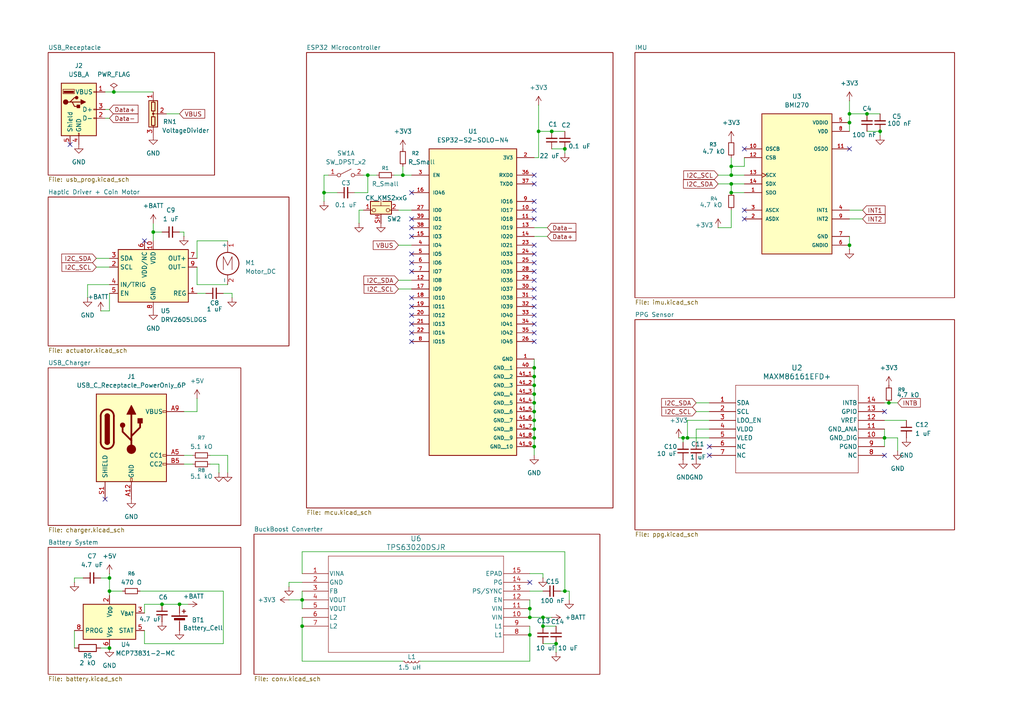
<source format=kicad_sch>
(kicad_sch (version 20250114) (generator "eeschema") (generator_version "9.0")
  (paper "A4")
  (lib_symbols
    (symbol "Battery_Management:MCP73831-2-MC"
      (property "Reference" "U" (at -7.62 6.35 0))
      (property "Value" "MCP73831-2-MC" (at 1.27 6.35 0))
      (symbol "MCP73831-2-MC_1_1"
        (pin input line (at -10.16 -2.54 0) (length 2.54) (name "PROG") (number "8"))
        (pin no_connect line (at -7.62 2.54 0) (length 2.54) (hide yes) (name "NC") (number "7"))
        (pin passive line (at 0 7.62 270) (length 2.54) (hide yes) (name "V_{DD}") (number "1"))
        (pin power_in line (at 0 7.62 270) (length 2.54) (name "V_{DD}") (number "2"))
        (pin power_in line (at 0 -7.62 90) (length 2.54) (name "V_{SS}") (number "6"))
        (pin power_out line (at 10.16 2.54 180) (length 2.54) (name "V_{BAT}") (number "3"))
        (pin passive line (at 10.16 2.54 180) (length 2.54) (hide yes) (name "V_{BAT}") (number "4"))
        (pin tri_state line (at 10.16 -2.54 180) (length 2.54) (name "STAT") (number "5"))
      )
    )
    (symbol "Connector:USB_A" (pin_names (offset 1.016))
      (property "Reference" "J" (at -5.08 11.43 0))
      (property "Value" "USB_A" (at -5.08 8.89 0))
      (symbol "USB_A_1_1"
        (pin passive line (at -2.54 -10.16 90) (length 2.54) (name "Shield") (number "5"))
        (pin power_in line (at 0 -10.16 90) (length 2.54) (name "GND") (number "4"))
        (pin power_in line (at 7.62 5.08 180) (length 2.54) (name "VBUS") (number "1"))
        (pin bidirectional line (at 7.62 0 180) (length 2.54) (name "D+") (number "3"))
        (pin bidirectional line (at 7.62 -2.54 180) (length 2.54) (name "D-") (number "2"))
      )
    )
    (symbol "Connector:USB_C_Receptacle_PowerOnly_6P" (pin_names (offset 1.016))
      (property "Reference" "J" (at 0 16.51 0))
      (property "Value" "USB_C_Receptacle_PowerOnly_6P" (at 0 13.97 0))
      (symbol "USB_C_Receptacle_PowerOnly_6P_1_1"
        (pin passive line (at -7.62 -17.78 90) (length 5.08) (name "SHIELD") (number "S1"))
        (pin passive line (at 0 -17.78 90) (length 5.08) (name "GND") (number "A12"))
        (pin passive line (at 0 -17.78 90) (length 5.08) (hide yes) (name "GND") (number "B12"))
        (pin passive line (at 15.24 7.62 180) (length 5.08) (name "VBUS") (number "A9"))
        (pin passive line (at 15.24 7.62 180) (length 5.08) (hide yes) (name "VBUS") (number "B9"))
        (pin bidirectional line (at 15.24 -5.08 180) (length 5.08) (name "CC1") (number "A5"))
        (pin bidirectional line (at 15.24 -7.62 180) (length 5.08) (name "CC2") (number "B5"))
      )
    )
    (symbol "Device:Battery_Cell" (pin_numbers (hide yes)) (pin_names (offset 0) (hide yes))
      (property "Reference" "BT" (at 2.54 2.54 0))
      (property "Value" "Battery_Cell" (at 2.54 0 0))
      (symbol "Battery_Cell_1_1"
        (pin passive line (at 0 5.08 270) (length 2.54) (name "+") (number "1"))
        (pin passive line (at 0 -2.54 90) (length 2.54) (name "-") (number "2"))
      )
    )
    (symbol "Device:C_Small" (pin_numbers (hide yes)) (pin_names (offset 0.254) (hide yes))
      (property "Reference" "C" (at 0.254 1.778 0))
      (property "Value" "C_Small" (at 0.254 -2.032 0))
      (symbol "C_Small_1_1"
        (pin passive line (at 0 2.54 270) (length 2.032) (name "~") (number "1"))
        (pin passive line (at 0 -2.54 90) (length 2.032) (name "~") (number "2"))
      )
    )
    (symbol "Device:L_Small" (pin_numbers (hide yes)) (pin_names (offset 0.254) (hide yes))
      (property "Reference" "L" (at 0.762 1.016 0))
      (property "Value" "L_Small" (at 0.762 -1.016 0))
      (symbol "L_Small_1_1"
        (pin passive line (at 0 2.54 270) (length 0.508) (name "~") (number "1"))
        (pin passive line (at 0 -2.54 90) (length 0.508) (name "~") (number "2"))
      )
    )
    (symbol "Device:R" (pin_numbers (hide yes)) (pin_names (offset 0))
      (property "Reference" "R" (at 2.032 0 90))
      (property "Value" "R" (at 0 0 90))
      (symbol "R_1_1"
        (pin passive line (at 0 3.81 270) (length 1.27) (name "~") (number "1"))
        (pin passive line (at 0 -3.81 90) (length 1.27) (name "~") (number "2"))
      )
    )
    (symbol "Device:R_Small" (pin_numbers (hide yes)) (pin_names (offset 0.254) (hide yes))
      (property "Reference" "R" (at 0 0 90))
      (property "Value" "R_Small" (at 1.778 0 90))
      (symbol "R_Small_1_1"
        (pin passive line (at 0 2.54 270) (length 0.762) (name "~") (number "1"))
        (pin passive line (at 0 -2.54 90) (length 0.762) (name "~") (number "2"))
      )
    )
    (symbol "Device:VoltageDivider" (pin_names (offset 0) (hide yes))
      (property "Reference" "RN" (at -4.445 0 90))
      (property "Value" "VoltageDivider" (at -2.54 0 90))
      (symbol "VoltageDivider_1_1"
        (pin passive line (at 0 6.35 270) (length 2.54) (name "~") (number "1"))
        (pin passive line (at 0 -6.35 90) (length 2.54) (name "~") (number "3"))
        (pin passive line (at 3.81 0 180) (length 2.54) (name "~") (number "2"))
      )
    )
    (symbol "Driver_Haptic:DRV2605LDGS"
      (property "Reference" "U" (at -10.16 8.255 0))
      (property "Value" "DRV2605LDGS" (at 2.54 -8.89 0))
      (symbol "DRV2605LDGS_1_1"
        (pin bidirectional line (at -12.7 5.08 0) (length 2.54) (name "SDA") (number "3"))
        (pin input line (at -12.7 2.54 0) (length 2.54) (name "SCL") (number "2"))
        (pin input line (at -12.7 -2.54 0) (length 2.54) (name "IN/TRIG") (number "4"))
        (pin input line (at -12.7 -5.08 0) (length 2.54) (name "EN") (number "5"))
        (pin power_in line (at -2.54 10.16 270) (length 2.54) (name "VDD/NC") (number "6"))
        (pin power_in line (at 0 10.16 270) (length 2.54) (name "VDD") (number "10"))
        (pin power_in line (at 0 -10.16 90) (length 2.54) (name "GND") (number "8"))
        (pin output line (at 12.7 5.08 180) (length 2.54) (name "OUT+") (number "7"))
        (pin output line (at 12.7 2.54 180) (length 2.54) (name "OUT-") (number "9"))
        (pin passive line (at 12.7 -5.08 180) (length 2.54) (name "REG") (number "1"))
      )
    )
    (symbol "MAXM86161:MAXM86161EFD+" (pin_names (offset 0.254))
      (property "Reference" "U" (at 25.4 10.16 0))
      (property "Value" "MAXM86161EFD+" (at 25.4 7.62 0))
      (symbol "MAXM86161EFD+_0_1"
        (pin bidirectional line (at 0 0 0) (length 7.62) (name "SDA") (number "1"))
        (pin input line (at 0 -2.54 0) (length 7.62) (name "SCL") (number "2"))
        (pin input line (at 0 -5.08 0) (length 7.62) (name "LDO_EN") (number "3"))
        (pin output line (at 0 -7.62 0) (length 7.62) (name "VLDO") (number "4"))
        (pin input line (at 0 -10.16 0) (length 7.62) (name "VLED") (number "5"))
        (pin unspecified line (at 0 -12.7 0) (length 7.62) (name "NC") (number "6"))
        (pin unspecified line (at 0 -15.24 0) (length 7.62) (name "NC") (number "7"))
        (pin unspecified line (at 50.8 0 180) (length 7.62) (name "INTB") (number "14"))
        (pin bidirectional line (at 50.8 -2.54 180) (length 7.62) (name "GPIO") (number "13"))
        (pin unspecified line (at 50.8 -5.08 180) (length 7.62) (name "VREF") (number "12"))
        (pin unspecified line (at 50.8 -7.62 180) (length 7.62) (name "GND_ANA") (number "11"))
        (pin unspecified line (at 50.8 -10.16 180) (length 7.62) (name "GND_DIG") (number "10"))
        (pin power_out line (at 50.8 -12.7 180) (length 7.62) (name "PGND") (number "9"))
        (pin unspecified line (at 50.8 -15.24 180) (length 7.62) (name "NC") (number "8"))
      )
    )
    (symbol "MAXM86161:TPS63020DSJR" (pin_names (offset 0.254))
      (property "Reference" "U" (at 33.02 10.16 0))
      (property "Value" "TPS63020DSJR" (at 33.02 7.62 0))
      (symbol "TPS63020DSJR_0_1"
        (pin input line (at 0 0 0) (length 7.62) (name "VINA") (number "1"))
        (pin power_in line (at 0 -2.54 0) (length 7.62) (name "GND") (number "2"))
        (pin input line (at 0 -5.08 0) (length 7.62) (name "FB") (number "3"))
        (pin output line (at 0 -7.62 0) (length 7.62) (name "VOUT") (number "4"))
        (pin output line (at 0 -10.16 0) (length 7.62) (name "VOUT") (number "5"))
        (pin input line (at 0 -12.7 0) (length 7.62) (name "L2") (number "6"))
        (pin input line (at 0 -15.24 0) (length 7.62) (name "L2") (number "7"))
        (pin unspecified line (at 66.04 0 180) (length 7.62) (name "EPAD") (number "15"))
        (pin output line (at 66.04 -2.54 180) (length 7.62) (name "PG") (number "14"))
        (pin input line (at 66.04 -5.08 180) (length 7.62) (name "PS/SYNC") (number "13"))
        (pin input line (at 66.04 -7.62 180) (length 7.62) (name "EN") (number "12"))
        (pin input line (at 66.04 -10.16 180) (length 7.62) (name "VIN") (number "11"))
        (pin input line (at 66.04 -12.7 180) (length 7.62) (name "VIN") (number "10"))
        (pin input line (at 66.04 -15.24 180) (length 7.62) (name "L1") (number "9"))
        (pin input line (at 66.04 -17.78 180) (length 7.62) (name "L1") (number "8"))
      )
    )
    (symbol "Motor:Motor_DC" (pin_names (offset 0))
      (property "Reference" "M" (at 2.54 2.54 0))
      (property "Value" "Motor_DC" (at 2.54 -5.08 0))
      (symbol "Motor_DC_1_1"
        (pin passive line (at 0 5.08 270) (length 2.54) (name "+") (number "1"))
        (pin passive line (at 0 -7.62 90) (length 2.54) (name "-") (number "2"))
      )
    )
    (symbol "Switch:CK_KMS2xxG" (pin_names (offset 1.016) (hide yes))
      (property "Reference" "SW" (at 4.318 2.032 0))
      (property "Value" "CK_KMS2xxG" (at 0 4.572 0))
      (symbol "CK_KMS2xxG_0_1"
        (pin passive line (at -5.08 0 0) (length 2.54) (name "1") (number "1"))
        (pin passive line (at 5.08 0 180) (length 2.54) (name "2") (number "2"))
      )
      (symbol "CK_KMS2xxG_1_1"
        (pin passive line (at 0 -3.81 90) (length 2.54) (name "B") (number "SH"))
      )
    )
    (symbol "Switch:SW_DPST_x2" (pin_names (offset 0) (hide yes))
      (property "Reference" "SW" (at 0 3.175 0))
      (property "Value" "SW_DPST_x2" (at 0 -2.54 0))
      (symbol "SW_DPST_x2_1_1"
        (pin passive line (at -5.08 0 0) (length 2.54) (name "A") (number "1"))
        (pin passive line (at 5.08 0 180) (length 2.54) (name "B") (number "2"))
      )
      (symbol "SW_DPST_x2_2_1"
        (pin passive line (at -5.08 0 0) (length 2.54) (name "A") (number "3"))
        (pin passive line (at 5.08 0 180) (length 2.54) (name "B") (number "4"))
      )
    )
    (symbol "bmi270:BMI270" (pin_names (offset 1.016))
      (property "Reference" "U" (at -10.16 21.082 0))
      (property "Value" "BMI270" (at -10.16 -22.86 0))
      (symbol "BMI270_0_0"
        (pin input line (at -15.24 10.16 0) (length 5.08) (name "OSCB") (number "10"))
        (pin input line (at -15.24 7.62 0) (length 5.08) (name "CSB") (number "12"))
        (pin input clock (at -15.24 2.54 0) (length 5.08) (name "SCX") (number "13"))
        (pin bidirectional line (at -15.24 0 0) (length 5.08) (name "SDX") (number "14"))
        (pin bidirectional line (at -15.24 -2.54 0) (length 5.08) (name "SDO") (number "1"))
        (pin bidirectional line (at -15.24 -7.62 0) (length 5.08) (name "ASCX") (number "3"))
        (pin bidirectional line (at -15.24 -10.16 0) (length 5.08) (name "ASDX") (number "2"))
        (pin power_in line (at 15.24 17.78 180) (length 5.08) (name "VDDIO") (number "5"))
        (pin power_in line (at 15.24 15.24 180) (length 5.08) (name "VDD") (number "8"))
        (pin output line (at 15.24 10.16 180) (length 5.08) (name "OSDO") (number "11"))
        (pin bidirectional line (at 15.24 -7.62 180) (length 5.08) (name "INT1") (number "4"))
        (pin bidirectional line (at 15.24 -10.16 180) (length 5.08) (name "INT2") (number "9"))
        (pin power_in line (at 15.24 -15.24 180) (length 5.08) (name "GND") (number "7"))
        (pin power_in line (at 15.24 -17.78 180) (length 5.08) (name "GNDIO") (number "6"))
      )
    )
    (symbol "esp32:ESP32-S2-SOLO-N4" (pin_names (offset 1.016))
      (property "Reference" "U" (at -12.7 33.782 0))
      (property "Value" "ESP32-S2-SOLO-N4" (at -12.7 -58.42 0))
      (symbol "ESP32-S2-SOLO-N4_0_0"
        (pin input line (at -17.78 25.4 0) (length 5.08) (name "EN") (number "3"))
        (pin input line (at -17.78 20.32 0) (length 5.08) (name "IO46") (number "16"))
        (pin bidirectional line (at -17.78 15.24 0) (length 5.08) (name "IO0") (number "27"))
        (pin bidirectional line (at -17.78 12.7 0) (length 5.08) (name "IO1") (number "39"))
        (pin bidirectional line (at -17.78 10.16 0) (length 5.08) (name "IO2") (number "38"))
        (pin bidirectional line (at -17.78 7.62 0) (length 5.08) (name "IO3") (number "15"))
        (pin bidirectional line (at -17.78 5.08 0) (length 5.08) (name "IO4") (number "4"))
        (pin bidirectional line (at -17.78 2.54 0) (length 5.08) (name "IO5") (number "5"))
        (pin bidirectional line (at -17.78 0 0) (length 5.08) (name "IO6") (number "6"))
        (pin bidirectional line (at -17.78 -2.54 0) (length 5.08) (name "IO7") (number "7"))
        (pin bidirectional line (at -17.78 -5.08 0) (length 5.08) (name "IO8") (number "12"))
        (pin bidirectional line (at -17.78 -7.62 0) (length 5.08) (name "IO9") (number "17"))
        (pin bidirectional line (at -17.78 -10.16 0) (length 5.08) (name "IO10") (number "18"))
        (pin bidirectional line (at -17.78 -12.7 0) (length 5.08) (name "IO11") (number "19"))
        (pin bidirectional line (at -17.78 -15.24 0) (length 5.08) (name "IO12") (number "20"))
        (pin bidirectional line (at -17.78 -17.78 0) (length 5.08) (name "IO13") (number "21"))
        (pin bidirectional line (at -17.78 -20.32 0) (length 5.08) (name "IO14") (number "22"))
        (pin bidirectional line (at -17.78 -22.86 0) (length 5.08) (name "IO15") (number "8"))
        (pin power_in line (at 17.78 30.48 180) (length 5.08) (name "3V3") (number "2"))
        (pin bidirectional line (at 17.78 25.4 180) (length 5.08) (name "RXD0") (number "36"))
        (pin bidirectional line (at 17.78 22.86 180) (length 5.08) (name "TXD0") (number "37"))
        (pin bidirectional line (at 17.78 17.78 180) (length 5.08) (name "IO16") (number "9"))
        (pin bidirectional line (at 17.78 15.24 180) (length 5.08) (name "IO17") (number "10"))
        (pin bidirectional line (at 17.78 12.7 180) (length 5.08) (name "IO18") (number "11"))
        (pin bidirectional line (at 17.78 10.16 180) (length 5.08) (name "IO19") (number "13"))
        (pin bidirectional line (at 17.78 7.62 180) (length 5.08) (name "IO20") (number "14"))
        (pin bidirectional line (at 17.78 5.08 180) (length 5.08) (name "IO21") (number "23"))
        (pin bidirectional line (at 17.78 2.54 180) (length 5.08) (name "IO33") (number "24"))
        (pin bidirectional line (at 17.78 0 180) (length 5.08) (name "IO34") (number "25"))
        (pin bidirectional line (at 17.78 -2.54 180) (length 5.08) (name "IO35") (number "28"))
        (pin bidirectional line (at 17.78 -5.08 180) (length 5.08) (name "IO36") (number "29"))
        (pin bidirectional line (at 17.78 -7.62 180) (length 5.08) (name "IO37") (number "30"))
        (pin bidirectional line (at 17.78 -10.16 180) (length 5.08) (name "IO38") (number "31"))
        (pin bidirectional line (at 17.78 -12.7 180) (length 5.08) (name "IO39") (number "32"))
        (pin bidirectional line (at 17.78 -15.24 180) (length 5.08) (name "IO40") (number "33"))
        (pin bidirectional line (at 17.78 -17.78 180) (length 5.08) (name "IO41") (number "34"))
        (pin bidirectional line (at 17.78 -20.32 180) (length 5.08) (name "IO42") (number "35"))
        (pin bidirectional line (at 17.78 -22.86 180) (length 5.08) (name "IO45") (number "26"))
        (pin power_in line (at 17.78 -27.94 180) (length 5.08) (name "GND") (number "1"))
        (pin power_in line (at 17.78 -30.48 180) (length 5.08) (name "GND__1") (number "40"))
        (pin power_in line (at 17.78 -33.02 180) (length 5.08) (name "GND__2") (number "41_1"))
        (pin power_in line (at 17.78 -35.56 180) (length 5.08) (name "GND__3") (number "41_2"))
        (pin power_in line (at 17.78 -38.1 180) (length 5.08) (name "GND__4") (number "41_3"))
        (pin power_in line (at 17.78 -40.64 180) (length 5.08) (name "GND__5") (number "41_4"))
        (pin power_in line (at 17.78 -43.18 180) (length 5.08) (name "GND__6") (number "41_5"))
        (pin power_in line (at 17.78 -45.72 180) (length 5.08) (name "GND__7") (number "41_6"))
        (pin power_in line (at 17.78 -48.26 180) (length 5.08) (name "GND__8") (number "41_7"))
        (pin power_in line (at 17.78 -50.8 180) (length 5.08) (name "GND__9") (number "41_8"))
        (pin power_in line (at 17.78 -53.34 180) (length 5.08) (name "GND__10") (number "41_9"))
      )
    )
    (symbol "power:+3V3" (power) (pin_numbers (hide yes)) (pin_names (offset 0) (hide yes))
      (property "Value" "+3V3" (at 0 3.556 0))
      (symbol "+3V3_1_1"
        (pin power_in line (at 0 0 90) (length 0) (name "~") (number "1"))
      )
    )
    (symbol "power:+5V" (power) (pin_numbers (hide yes)) (pin_names (offset 0) (hide yes))
      (property "Value" "+5V" (at 0 3.556 0))
      (symbol "+5V_1_1"
        (pin power_in line (at 0 0 90) (length 0) (name "~") (number "1"))
      )
    )
    (symbol "power:+BATT" (power) (pin_numbers (hide yes)) (pin_names (offset 0) (hide yes))
      (property "Value" "+BATT" (at 0 3.556 0))
      (symbol "+BATT_1_1"
        (pin power_in line (at 0 0 90) (length 0) (name "~") (number "1"))
      )
    )
    (symbol "power:GND" (power) (pin_numbers (hide yes)) (pin_names (offset 0) (hide yes))
      (property "Value" "GND" (at 0 -3.81 0))
      (symbol "GND_1_1"
        (pin power_in line (at 0 0 270) (length 0) (name "~") (number "1"))
      )
    )
    (symbol "power:PWR_FLAG" (power) (pin_numbers (hide yes)) (pin_names (offset 0) (hide yes))
      (property "Value" "PWR_FLAG" (at 0 3.81 0))
      (symbol "PWR_FLAG_0_0"
        (pin power_out line (at 0 0 90) (length 0) (name "~") (number "1"))
      )
    )
  )
  (junction (at 154.94 127))
  (junction (at 46.99 175.26))
  (junction (at 31.75 171.45))
  (junction (at 52.07 175.26))
  (junction (at 199.39 127))
  (junction (at 33.02 26.67))
  (junction (at 31.75 167.64))
  (junction (at 161.29 186.69))
  (junction (at 255.27 38.1))
  (junction (at 93.98 55.88))
  (junction (at 154.94 109.22))
  (junction (at 153.67 184.15))
  (junction (at 153.67 176.53))
  (junction (at 251.46 33.02))
  (junction (at 212.09 53.34))
  (junction (at 212.09 50.8))
  (junction (at 154.94 106.68))
  (junction (at 154.94 119.38))
  (junction (at 31.75 187.96))
  (junction (at 212.09 48.26))
  (junction (at 44.45 67.31))
  (junction (at 154.94 121.92))
  (junction (at 106.68 50.8))
  (junction (at 256.54 127))
  (junction (at 246.38 33.02))
  (junction (at 87.63 173.99))
  (junction (at 157.48 181.61))
  (junction (at 87.63 181.61))
  (junction (at 198.12 127))
  (junction (at 154.94 111.76))
  (junction (at 154.94 124.46))
  (junction (at 154.94 116.84))
  (junction (at 246.38 71.12))
  (junction (at 163.83 171.45))
  (junction (at 212.09 55.88))
  (junction (at 257.81 116.84))
  (junction (at 154.94 129.54))
  (junction (at 163.83 43.18))
  (junction (at 246.38 35.56))
  (junction (at 160.02 38.1))
  (junction (at 154.94 114.3))
  (junction (at 156.21 38.1))
  (junction (at 157.48 179.07))
  (junction (at 153.67 179.07))
  (junction (at 116.84 50.8))
  (no_connect (at 154.94 63.5))
  (no_connect (at 154.94 88.9))
  (no_connect (at 154.94 78.74))
  (no_connect (at 154.94 73.66))
  (no_connect (at 119.38 99.06))
  (no_connect (at 154.94 81.28))
  (no_connect (at 154.94 71.12))
  (no_connect (at 215.9 43.18))
  (no_connect (at 154.94 93.98))
  (no_connect (at 154.94 58.42))
  (no_connect (at 119.38 91.44))
  (no_connect (at 256.54 132.08))
  (no_connect (at 119.38 66.04))
  (no_connect (at 154.94 50.8))
  (no_connect (at 41.91 69.85))
  (no_connect (at 119.38 68.58))
  (no_connect (at 30.48 144.78))
  (no_connect (at 154.94 60.96))
  (no_connect (at 119.38 78.74))
  (no_connect (at 20.32 41.91))
  (no_connect (at 119.38 73.66))
  (no_connect (at 154.94 53.34))
  (no_connect (at 119.38 86.36))
  (no_connect (at 119.38 88.9))
  (no_connect (at 154.94 96.52))
  (no_connect (at 215.9 60.96))
  (no_connect (at 119.38 63.5))
  (no_connect (at 119.38 96.52))
  (no_connect (at 154.94 83.82))
  (no_connect (at 153.67 168.91))
  (no_connect (at 154.94 76.2))
  (no_connect (at 154.94 91.44))
  (no_connect (at 119.38 55.88))
  (no_connect (at 154.94 86.36))
  (no_connect (at 215.9 63.5))
  (no_connect (at 256.54 119.38))
  (no_connect (at 205.74 129.54))
  (no_connect (at 205.74 132.08))
  (no_connect (at 246.38 43.18))
  (no_connect (at 154.94 99.06))
  (no_connect (at 119.38 76.2))
  (no_connect (at 119.38 93.98))
  (wire (pts (xy 154.94 119.38) (xy 154.94 121.92)))
  (wire (pts (xy 246.38 71.12) (xy 246.38 72.39)))
  (wire (pts (xy 57.15 82.55) (xy 66.04 82.55)))
  (wire (pts (xy 153.67 176.53) (xy 153.67 179.07)))
  (wire (pts (xy 87.63 191.77) (xy 116.84 191.77)))
  (wire (pts (xy 212.09 60.96) (xy 212.09 66.04)))
  (wire (pts (xy 114.3 50.8) (xy 116.84 50.8)))
  (wire (pts (xy 44.45 64.77) (xy 44.45 67.31)))
  (wire (pts (xy 198.12 127) (xy 198.12 128.27)))
  (wire (pts (xy 154.94 127) (xy 154.94 129.54)))
  (wire (pts (xy 154.94 66.04) (xy 158.75 66.04)))
  (wire (pts (xy 246.38 33.02) (xy 251.46 33.02)))
  (wire (pts (xy 199.39 127) (xy 205.74 127)))
  (wire (pts (xy 212.09 55.88) (xy 215.9 55.88)))
  (wire (pts (xy 93.98 55.88) (xy 97.79 55.88)))
  (wire (pts (xy 25.4 82.55) (xy 25.4 86.36)))
  (wire (pts (xy 157.48 179.07) (xy 160.02 179.07)))
  (wire (pts (xy 52.07 67.31) (xy 53.34 67.31)))
  (wire (pts (xy 153.67 171.45) (xy 157.48 171.45)))
  (wire (pts (xy 27.94 77.47) (xy 31.75 77.47)))
  (wire (pts (xy 153.67 166.37) (xy 157.48 166.37)))
  (wire (pts (xy 60.96 132.08) (xy 66.04 132.08)))
  (wire (pts (xy 27.94 74.93) (xy 31.75 74.93)))
  (wire (pts (xy 246.38 63.5) (xy 250.19 63.5)))
  (wire (pts (xy 153.67 181.61) (xy 153.67 184.15)))
  (wire (pts (xy 256.54 116.84) (xy 257.81 116.84)))
  (wire (pts (xy 157.48 166.37) (xy 157.48 167.64)))
  (wire (pts (xy 165.1 171.45) (xy 165.1 173.99)))
  (wire (pts (xy 154.94 129.54) (xy 154.94 132.08)))
  (wire (pts (xy 153.67 179.07) (xy 157.48 179.07)))
  (wire (pts (xy 31.75 167.64) (xy 31.75 171.45)))
  (wire (pts (xy 105.41 60.96) (xy 104.14 60.96)))
  (wire (pts (xy 157.48 186.69) (xy 161.29 186.69)))
  (wire (pts (xy 57.15 77.47) (xy 57.15 82.55)))
  (wire (pts (xy 30.48 26.67) (xy 33.02 26.67)))
  (wire (pts (xy 87.63 160.02) (xy 163.83 160.02)))
  (wire (pts (xy 154.94 111.76) (xy 154.94 114.3)))
  (wire (pts (xy 57.15 115.57) (xy 57.15 119.38)))
  (wire (pts (xy 29.21 187.96) (xy 31.75 187.96)))
  (wire (pts (xy 246.38 60.96) (xy 250.19 60.96)))
  (wire (pts (xy 161.29 186.69) (xy 161.29 189.23)))
  (wire (pts (xy 116.84 48.26) (xy 116.84 50.8)))
  (wire (pts (xy 31.75 171.45) (xy 35.56 171.45)))
  (wire (pts (xy 24.13 167.64) (xy 21.59 167.64)))
  (wire (pts (xy 201.93 116.84) (xy 205.74 116.84)))
  (wire (pts (xy 163.83 171.45) (xy 165.1 171.45)))
  (wire (pts (xy 106.68 50.8) (xy 109.22 50.8)))
  (wire (pts (xy 260.35 127) (xy 260.35 130.81)))
  (wire (pts (xy 87.63 171.45) (xy 87.63 173.99)))
  (wire (pts (xy 41.91 177.8) (xy 41.91 175.26)))
  (wire (pts (xy 201.93 124.46) (xy 201.93 128.27)))
  (wire (pts (xy 212.09 50.8) (xy 215.9 50.8)))
  (wire (pts (xy 48.26 33.02) (xy 52.07 33.02)))
  (wire (pts (xy 21.59 182.88) (xy 21.59 187.96)))
  (wire (pts (xy 162.56 171.45) (xy 163.83 171.45)))
  (wire (pts (xy 60.96 134.62) (xy 63.5 134.62)))
  (wire (pts (xy 156.21 38.1) (xy 160.02 38.1)))
  (wire (pts (xy 93.98 55.88) (xy 93.98 58.42)))
  (wire (pts (xy 53.34 132.08) (xy 55.88 132.08)))
  (wire (pts (xy 87.63 168.91) (xy 83.82 168.91)))
  (wire (pts (xy 196.85 127) (xy 198.12 127)))
  (wire (pts (xy 83.82 173.99) (xy 87.63 173.99)))
  (wire (pts (xy 57.15 74.93) (xy 57.15 69.85)))
  (wire (pts (xy 246.38 68.58) (xy 246.38 71.12)))
  (wire (pts (xy 251.46 33.02) (xy 255.27 33.02)))
  (wire (pts (xy 46.99 175.26) (xy 52.07 175.26)))
  (wire (pts (xy 212.09 53.34) (xy 212.09 55.88)))
  (wire (pts (xy 106.68 55.88) (xy 102.87 55.88)))
  (wire (pts (xy 212.09 45.72) (xy 212.09 48.26)))
  (wire (pts (xy 44.45 67.31) (xy 46.99 67.31)))
  (wire (pts (xy 153.67 184.15) (xy 153.67 191.77)))
  (wire (pts (xy 255.27 38.1) (xy 255.27 39.37)))
  (wire (pts (xy 53.34 134.62) (xy 55.88 134.62)))
  (wire (pts (xy 29.21 90.17) (xy 31.75 90.17)))
  (wire (pts (xy 115.57 71.12) (xy 119.38 71.12)))
  (wire (pts (xy 64.77 171.45) (xy 40.64 171.45)))
  (wire (pts (xy 251.46 38.1) (xy 255.27 38.1)))
  (wire (pts (xy 31.75 171.45) (xy 31.75 172.72)))
  (wire (pts (xy 256.54 127) (xy 260.35 127)))
  (wire (pts (xy 212.09 53.34) (xy 215.9 53.34)))
  (wire (pts (xy 53.34 67.31) (xy 53.34 68.58)))
  (wire (pts (xy 87.63 166.37) (xy 87.63 160.02)))
  (wire (pts (xy 156.21 45.72) (xy 154.94 45.72)))
  (wire (pts (xy 160.02 38.1) (xy 163.83 38.1)))
  (wire (pts (xy 199.39 121.92) (xy 199.39 127)))
  (wire (pts (xy 115.57 83.82) (xy 119.38 83.82)))
  (wire (pts (xy 115.57 81.28) (xy 119.38 81.28)))
  (wire (pts (xy 154.94 106.68) (xy 154.94 109.22)))
  (wire (pts (xy 153.67 191.77) (xy 121.92 191.77)))
  (wire (pts (xy 21.59 167.64) (xy 21.59 168.91)))
  (wire (pts (xy 31.75 166.37) (xy 31.75 167.64)))
  (wire (pts (xy 83.82 168.91) (xy 83.82 170.18)))
  (wire (pts (xy 95.25 50.8) (xy 93.98 50.8)))
  (wire (pts (xy 154.94 114.3) (xy 154.94 116.84)))
  (wire (pts (xy 157.48 179.07) (xy 157.48 181.61)))
  (wire (pts (xy 87.63 181.61) (xy 87.63 191.77)))
  (wire (pts (xy 64.77 85.09) (xy 67.31 85.09)))
  (wire (pts (xy 154.94 104.14) (xy 154.94 106.68)))
  (wire (pts (xy 156.21 30.48) (xy 156.21 38.1)))
  (wire (pts (xy 154.94 116.84) (xy 154.94 119.38)))
  (wire (pts (xy 115.57 60.96) (xy 119.38 60.96)))
  (wire (pts (xy 256.54 127) (xy 256.54 129.54)))
  (wire (pts (xy 215.9 45.72) (xy 215.9 48.26)))
  (wire (pts (xy 201.93 119.38) (xy 205.74 119.38)))
  (wire (pts (xy 246.38 33.02) (xy 246.38 35.56)))
  (wire (pts (xy 157.48 181.61) (xy 161.29 181.61)))
  (wire (pts (xy 153.67 173.99) (xy 153.67 176.53)))
  (wire (pts (xy 57.15 85.09) (xy 59.69 85.09)))
  (wire (pts (xy 29.21 167.64) (xy 31.75 167.64)))
  (wire (pts (xy 87.63 173.99) (xy 87.63 176.53)))
  (wire (pts (xy 53.34 119.38) (xy 57.15 119.38)))
  (wire (pts (xy 63.5 134.62) (xy 63.5 137.16)))
  (wire (pts (xy 205.74 121.92) (xy 199.39 121.92)))
  (wire (pts (xy 256.54 124.46) (xy 256.54 127)))
  (wire (pts (xy 104.14 60.96) (xy 104.14 64.77)))
  (wire (pts (xy 93.98 50.8) (xy 93.98 55.88)))
  (wire (pts (xy 52.07 175.26) (xy 54.61 175.26)))
  (wire (pts (xy 163.83 43.18) (xy 163.83 44.45)))
  (wire (pts (xy 208.28 66.04) (xy 212.09 66.04)))
  (wire (pts (xy 105.41 50.8) (xy 106.68 50.8)))
  (wire (pts (xy 41.91 182.88) (xy 41.91 186.69)))
  (wire (pts (xy 208.28 50.8) (xy 212.09 50.8)))
  (wire (pts (xy 257.81 116.84) (xy 260.35 116.84)))
  (wire (pts (xy 30.48 31.75) (xy 31.75 31.75)))
  (wire (pts (xy 154.94 68.58) (xy 158.75 68.58)))
  (wire (pts (xy 116.84 50.8) (xy 119.38 50.8)))
  (wire (pts (xy 31.75 82.55) (xy 25.4 82.55)))
  (wire (pts (xy 41.91 186.69) (xy 64.77 186.69)))
  (wire (pts (xy 64.77 186.69) (xy 64.77 171.45)))
  (wire (pts (xy 31.75 85.09) (xy 31.75 90.17)))
  (wire (pts (xy 57.15 69.85) (xy 66.04 69.85)))
  (wire (pts (xy 154.94 124.46) (xy 154.94 127)))
  (wire (pts (xy 156.21 38.1) (xy 156.21 45.72)))
  (wire (pts (xy 246.38 35.56) (xy 246.38 38.1)))
  (wire (pts (xy 256.54 121.92) (xy 262.89 121.92)))
  (wire (pts (xy 160.02 43.18) (xy 163.83 43.18)))
  (wire (pts (xy 205.74 124.46) (xy 201.93 124.46)))
  (wire (pts (xy 87.63 179.07) (xy 87.63 181.61)))
  (wire (pts (xy 215.9 48.26) (xy 212.09 48.26)))
  (wire (pts (xy 41.91 175.26) (xy 46.99 175.26)))
  (wire (pts (xy 212.09 48.26) (xy 212.09 50.8)))
  (wire (pts (xy 106.68 50.8) (xy 106.68 55.88)))
  (wire (pts (xy 67.31 85.09) (xy 67.31 86.36)))
  (wire (pts (xy 30.48 34.29) (xy 31.75 34.29)))
  (wire (pts (xy 154.94 121.92) (xy 154.94 124.46)))
  (wire (pts (xy 163.83 160.02) (xy 163.83 171.45)))
  (wire (pts (xy 66.04 132.08) (xy 66.04 137.16)))
  (wire (pts (xy 33.02 26.67) (xy 44.45 26.67)))
  (wire (pts (xy 246.38 29.21) (xy 246.38 33.02)))
  (wire (pts (xy 208.28 53.34) (xy 212.09 53.34)))
  (wire (pts (xy 154.94 109.22) (xy 154.94 111.76)))
  (wire (pts (xy 44.45 67.31) (xy 44.45 69.85)))
  (wire (pts (xy 198.12 127) (xy 199.39 127)))
  (global_label "VBUS" (shape input) (at 115.57 71.12 180) (property "Intersheetrefs" "${INTERSHEET_REFS}" (effects (hide yes))))
  (global_label "I2C_SDA" (shape input) (at 115.57 81.28 180) (property "Intersheetrefs" "${INTERSHEET_REFS}" (effects (hide yes))))
  (global_label "I2C_SDA" (shape input) (at 27.94 74.93 180) (property "Intersheetrefs" "${INTERSHEET_REFS}" (effects (hide yes))))
  (global_label "I2C_SCL" (shape input) (at 27.94 77.47 180) (property "Intersheetrefs" "${INTERSHEET_REFS}" (effects (hide yes))))
  (global_label "I2C_SDA" (shape input) (at 201.93 116.84 180) (property "Intersheetrefs" "${INTERSHEET_REFS}" (effects (hide yes))))
  (global_label "Data-" (shape input) (at 158.75 66.04 0) (property "Intersheetrefs" "${INTERSHEET_REFS}" (effects (hide yes))))
  (global_label "INT1" (shape input) (at 250.19 60.96 0) (property "Intersheetrefs" "${INTERSHEET_REFS}" (effects (hide yes))))
  (global_label "VBUS" (shape input) (at 52.07 33.02 0) (property "Intersheetrefs" "${INTERSHEET_REFS}" (effects (hide yes))))
  (global_label "Data+" (shape input) (at 158.75 68.58 0) (property "Intersheetrefs" "${INTERSHEET_REFS}" (effects (hide yes))))
  (global_label "I2C_SCL" (shape input) (at 208.28 50.8 180) (property "Intersheetrefs" "${INTERSHEET_REFS}" (effects (hide yes))))
  (global_label "INT2" (shape input) (at 250.19 63.5 0) (property "Intersheetrefs" "${INTERSHEET_REFS}" (effects (hide yes))))
  (global_label "I2C_SCL" (shape input) (at 201.93 119.38 180) (property "Intersheetrefs" "${INTERSHEET_REFS}" (effects (hide yes))))
  (global_label "Data+" (shape input) (at 31.75 31.75 0) (property "Intersheetrefs" "${INTERSHEET_REFS}" (effects (hide yes))))
  (global_label "INTB" (shape input) (at 260.35 116.84 0) (property "Intersheetrefs" "${INTERSHEET_REFS}" (effects (hide yes))))
  (global_label "I2C_SDA" (shape input) (at 208.28 53.34 180) (property "Intersheetrefs" "${INTERSHEET_REFS}" (effects (hide yes))))
  (global_label "Data-" (shape input) (at 31.75 34.29 0) (property "Intersheetrefs" "${INTERSHEET_REFS}" (effects (hide yes))))
  (global_label "I2C_SCL" (shape input) (at 115.57 83.82 180) (property "Intersheetrefs" "${INTERSHEET_REFS}" (effects (hide yes))))
  (symbol (lib_id "Device:C_Small") (at 26.67 167.64 90) (unit 1)
    (property "Reference" "C7" (at 26.6763 161.29 90))
    (property "Value" "4.7 uF" (at 26.6763 163.83 90))
    (property "Description" "Unpolarized capacitor, small symbol" (effects (hide yes)))
  )
  (symbol (lib_id "power:GND") (at 157.48 167.64 0) (unit 1)
    (property "Reference" "#PWR039" (effects (hide yes)))
    (property "Value" "GND" (effects (hide yes)))
    (property "Description" "Power symbol creates a global label with name \"GND\" , ground" (effects (hide yes)))
  )
  (symbol (lib_id "esp32:ESP32-S2-SOLO-N4") (at 137.16 76.2 0) (unit 1)
    (property "Reference" "U1" (at 137.16 38.1 0))
    (property "Value" "ESP32-S2-SOLO-N4" (at 137.16 40.64 0))
    (property "Footprint" "ESP32-S2-SOLO-N4:XCVR_ESP32-S2-SOLO-N4" (effects (hide yes)))
    (property "PARTREV" "1.6" (effects (hide yes)))
    (property "STANDARD" "Manufacturer Recommendations" (effects (hide yes)))
    (property "MAXIMUM_PACKAGE_HEIGHT" "3.25 mm" (effects (hide yes)))
    (property "MANUFACTURER" "Espressif Systems" (effects (hide yes)))
  )
  (symbol (lib_id "power:GND") (at 44.45 90.17 0) (unit 1)
    (property "Reference" "#PWR022" (effects (hide yes)))
    (property "Value" "GND" (at 44.45 95.25 0))
    (property "Description" "Power symbol creates a global label with name \"GND\" , ground" (effects (hide yes)))
  )
  (symbol (lib_id "Device:R_Small") (at 58.42 134.62 270) (unit 1)
    (property "Reference" "R8" (at 58.42 136.398 90) (effects (font (size 1.016 1.016))))
    (property "Value" "5.1 kO" (at 58.42 138.176 90))
    (property "Description" "Resistor, small symbol" (effects (hide yes)))
  )
  (symbol (lib_id "Device:C_Small") (at 201.93 130.81 0) (unit 1)
    (property "Reference" "C11" (at 200.406 128.778 0) (effects (justify left)))
    (property "Value" "1 uF" (at 200.152 132.588 0) (effects (justify left)))
    (property "Description" "Unpolarized capacitor, small symbol" (effects (hide yes)))
  )
  (symbol (lib_id "Battery_Management:MCP73831-2-MC") (at 31.75 180.34 0) (unit 1)
    (property "Reference" "U4" (at 35.052 186.944 0) (effects (justify left)))
    (property "Value" "MCP73831-2-MC" (at 33.528 189.484 0) (effects (justify left)))
    (property "Footprint" "Package_DFN_QFN:DFN-8-1EP_3x2mm_P0.5mm_EP1.7x1.4mm" (effects (hide yes)))
    (property "Datasheet" "http://ww1.microchip.com/downloads/en/DeviceDoc/20001984g.pdf" (effects (hide yes)))
    (property "Description" "Single cell, Li-Ion/Li-Po charge management controller, 4.20V, Tri-State Status Output, in DFN-8 package" (effects (hide yes)))
  )
  (symbol (lib_id "Device:R") (at 25.4 187.96 90) (unit 1)
    (property "Reference" "R5" (at 25.4 190.246 90))
    (property "Value" "2 kO" (at 25.4 192.278 90))
    (property "Description" "Resistor" (effects (hide yes)))
  )
  (symbol (lib_id "MAXM86161:TPS63020DSJR") (at 87.63 166.37 0) (unit 1)
    (property "Reference" "U6" (at 120.65 156.21 0) (effects (font (size 1.524 1.524))))
    (property "Value" "TPS63020DSJR" (at 120.65 158.75 0) (effects (font (size 1.524 1.524))))
    (property "Footprint" "DSJ14_2P85X1P58" (effects (hide yes)))
    (property "Datasheet" "https://www.ti.com/lit/gpn/tps63020" (effects (hide yes)))
  )
  (symbol (lib_id "Device:C_Small") (at 157.48 184.15 0) (unit 1)
    (property "Reference" "C13" (at 155.702 180.086 0) (effects (justify left)))
    (property "Value" "10 uF" (at 155.448 187.96 0) (effects (justify left)))
    (property "Description" "Unpolarized capacitor, small symbol" (effects (hide yes)))
  )
  (symbol (lib_id "power:GND") (at 21.59 168.91 0) (unit 1)
    (property "Reference" "#PWR018" (effects (hide yes)))
    (property "Value" "GND" (effects (hide yes)))
    (property "Description" "Power symbol creates a global label with name \"GND\" , ground" (effects (hide yes)))
  )
  (symbol (lib_id "Device:R_Small") (at 58.42 132.08 90) (unit 1)
    (property "Reference" "R7" (at 58.42 127 90) (effects (font (size 1.016 1.016))))
    (property "Value" "5.1 kO" (at 58.42 129.54 90))
    (property "Description" "Resistor, small symbol" (effects (hide yes)))
  )
  (symbol (lib_id "Device:R_Small") (at 38.1 171.45 90) (unit 1)
    (property "Reference" "R6" (at 38.1 166.37 90) (effects (font (size 1.016 1.016))))
    (property "Value" "470 O" (at 38.1 168.91 90))
    (property "Description" "Resistor, small symbol" (effects (hide yes)))
  )
  (symbol (lib_id "power:GND") (at 262.89 127 0) (unit 1)
    (property "Reference" "#PWR034" (effects (hide yes)))
    (property "Value" "GND" (at 262.89 132.08 0))
    (property "Description" "Power symbol creates a global label with name \"GND\" , ground" (effects (hide yes)))
  )
  (symbol (lib_id "power:+BATT") (at 44.45 64.77 0) (unit 1)
    (property "Reference" "#PWR020" (effects (hide yes)))
    (property "Value" "+BATT" (at 44.45 59.69 0))
    (property "Description" "Power symbol creates a global label with name \"+BATT\"" (effects (hide yes)))
  )
  (symbol (lib_id "Device:C_Small") (at 46.99 177.8 0) (unit 1)
    (property "Reference" "C6" (at 45.974 173.228 0) (effects (justify left)))
    (property "Value" "4.7 uF" (at 40.386 179.578 0) (effects (justify left)))
    (property "Description" "Unpolarized capacitor, small symbol" (effects (hide yes)))
  )
  (symbol (lib_id "power:GND") (at 198.12 133.35 0) (unit 1)
    (property "Reference" "#PWR031" (effects (hide yes)))
    (property "Value" "GND" (at 198.12 138.43 0))
    (property "Description" "Power symbol creates a global label with name \"GND\" , ground" (effects (hide yes)))
  )
  (symbol (lib_id "power:GND") (at 154.94 132.08 0) (unit 1)
    (property "Reference" "#PWR01" (effects (hide yes)))
    (property "Value" "GND" (at 154.94 137.16 0))
    (property "Description" "Power symbol creates a global label with name \"GND\" , ground" (effects (hide yes)))
  )
  (symbol (lib_id "MAXM86161:MAXM86161EFD+") (at 205.74 116.84 0) (unit 1)
    (property "Reference" "U2" (at 231.14 106.68 0) (effects (font (size 1.524 1.524))))
    (property "Value" "MAXM86161EFD+" (at 231.14 109.22 0) (effects (font (size 1.524 1.524))))
    (property "Footprint" "21-100309A_MXM" (effects (hide yes)))
    (property "Datasheet" "MAXM86161EFD+" (effects (hide yes)))
  )
  (symbol (lib_id "Device:C_Small") (at 100.33 55.88 90) (unit 1)
    (property "Reference" "C3" (at 100.33 53.086 90))
    (property "Value" "0.1 uF" (at 100.33 59.436 90))
    (property "Description" "Unpolarized capacitor, small symbol" (effects (hide yes)))
  )
  (symbol (lib_id "Device:R_Small") (at 111.76 50.8 90) (unit 1)
    (property "Reference" "R1" (at 111.76 48.768 90) (effects (font (size 1.016 1.016))))
    (property "Value" "R_Small" (at 111.76 53.34 90))
    (property "Description" "Resistor, small symbol" (effects (hide yes)))
  )
  (symbol (lib_id "power:GND") (at 201.93 133.35 0) (unit 1)
    (property "Reference" "#PWR032" (effects (hide yes)))
    (property "Value" "GND" (at 201.93 138.43 0))
    (property "Description" "Power symbol creates a global label with name \"GND\" , ground" (effects (hide yes)))
  )
  (symbol (lib_id "Device:VoltageDivider") (at 44.45 33.02 0) (unit 1)
    (property "Reference" "RN1" (at 51.308 35.306 0) (effects (justify right)))
    (property "Value" "VoltageDivider" (at 60.706 37.846 0) (effects (justify right)))
    (property "Description" "Voltage divider" (effects (hide yes)))
  )
  (symbol (lib_id "power:GND") (at 22.86 41.91 0) (unit 1)
    (property "Reference" "#PWR029" (effects (hide yes)))
    (property "Value" "GND" (at 22.86 46.99 0))
    (property "Description" "Power symbol creates a global label with name \"GND\" , ground" (effects (hide yes)))
  )
  (symbol (lib_id "power:GND") (at 104.14 64.77 0) (unit 1)
    (property "Reference" "#PWR07" (effects (hide yes)))
    (property "Value" "GND" (effects (hide yes)))
    (property "Description" "Power symbol creates a global label with name \"GND\" , ground" (effects (hide yes)))
  )
  (symbol (lib_id "power:+3V3") (at 196.85 127 0) (unit 1)
    (property "Reference" "#PWR030" (effects (hide yes)))
    (property "Value" "+3V3" (at 196.85 121.92 0))
    (property "Description" "Power symbol creates a global label with name \"+3V3\"" (effects (hide yes)))
  )
  (symbol (lib_id "Device:C_Small") (at 163.83 40.64 0) (unit 1)
    (property "Reference" "C2" (at 162.814 36.322 0) (effects (justify left)))
    (property "Value" "0.1 uF" (at 164.846 42.418 0) (effects (justify left)))
    (property "Description" "Unpolarized capacitor, small symbol" (effects (hide yes)))
  )
  (symbol (lib_id "Device:C_Small") (at 160.02 171.45 90) (unit 1)
    (property "Reference" "C15" (at 160.274 168.656 90))
    (property "Value" "100 nF" (at 160.274 174.244 90))
    (property "Description" "Unpolarized capacitor, small symbol" (effects (hide yes)))
  )
  (symbol (lib_id "power:GND") (at 67.31 86.36 0) (unit 1)
    (property "Reference" "#PWR019" (effects (hide yes)))
    (property "Value" "GND" (effects (hide yes)))
    (property "Description" "Power symbol creates a global label with name \"GND\" , ground" (effects (hide yes)))
  )
  (symbol (lib_id "power:+3V3") (at 257.81 111.76 0) (unit 1)
    (property "Reference" "#PWR035" (effects (hide yes)))
    (property "Value" "+3V3" (at 257.81 106.68 0))
    (property "Description" "Power symbol creates a global label with name \"+3V3\"" (effects (hide yes)))
  )
  (symbol (lib_id "power:GND") (at 110.49 64.77 0) (unit 1)
    (property "Reference" "#PWR06" (effects (hide yes)))
    (property "Value" "GND" (effects (hide yes)))
    (property "Description" "Power symbol creates a global label with name \"GND\" , ground" (effects (hide yes)))
  )
  (symbol (lib_id "Device:R_Small") (at 212.09 43.18 0) (unit 1)
    (property "Reference" "R3" (at 205.74 41.91 0) (effects (font (size 1.016 1.016)) (justify left)))
    (property "Value" "4.7 kO" (at 203.708 43.942 0) (effects (justify left)))
    (property "Description" "Resistor, small symbol" (effects (hide yes)))
  )
  (symbol (lib_id "power:+3V3") (at 212.09 40.64 0) (unit 1)
    (property "Reference" "#PWR012" (effects (hide yes)))
    (property "Value" "+3V3" (at 212.09 35.56 0))
    (property "Description" "Power symbol creates a global label with name \"+3V3\"" (effects (hide yes)))
  )
  (symbol (lib_id "power:+5V") (at 31.75 166.37 0) (unit 1)
    (property "Reference" "#PWR017" (effects (hide yes)))
    (property "Value" "+5V" (at 31.75 161.29 0))
    (property "Description" "Power symbol creates a global label with name \"+5V\"" (effects (hide yes)))
  )
  (symbol (lib_id "power:+5V") (at 57.15 115.57 0) (unit 1)
    (property "Reference" "#PWR028" (effects (hide yes)))
    (property "Value" "+5V" (at 57.15 110.49 0))
    (property "Description" "Power symbol creates a global label with name \"+5V\"" (effects (hide yes)))
  )
  (symbol (lib_id "power:GND") (at 246.38 72.39 0) (unit 1)
    (property "Reference" "#PWR011" (effects (hide yes)))
    (property "Value" "GND" (effects (hide yes)))
    (property "Description" "Power symbol creates a global label with name \"GND\" , ground" (effects (hide yes)))
  )
  (symbol (lib_id "Device:C_Small") (at 198.12 130.81 180) (unit 1)
    (property "Reference" "C10" (at 192.532 129.54 0) (effects (justify right)))
    (property "Value" "10 uF" (at 190.5 131.572 0) (effects (justify right)))
    (property "Description" "Unpolarized capacitor, small symbol" (effects (hide yes)))
  )
  (symbol (lib_id "Device:C_Small") (at 62.23 85.09 90) (unit 1)
    (property "Reference" "C8" (at 62.23 87.884 90))
    (property "Value" "1 uF" (at 62.23 89.662 90))
    (property "Description" "Unpolarized capacitor, small symbol" (effects (hide yes)))
  )
  (symbol (lib_id "power:+BATT") (at 54.61 175.26 270) (unit 1)
    (property "Reference" "#PWR016" (effects (hide yes)))
    (property "Value" "+BATT" (at 53.086 172.974 90) (effects (justify left)))
    (property "Description" "Power symbol creates a global label with name \"+BATT\"" (effects (hide yes)))
  )
  (symbol (lib_id "bmi270:BMI270") (at 231.14 53.34 0) (unit 1)
    (property "Reference" "U3" (at 231.14 27.94 0))
    (property "Value" "BMI270" (at 231.14 30.48 0))
    (property "Footprint" "BMI270:XDCR_BMI270" (effects (hide yes)))
    (property "PATREV" "1.0" (effects (hide yes)))
    (property "STANDARD" "Manufacturer Recommendations" (effects (hide yes)))
    (property "MAXIMUM_PACKAGE_HEIGHT" "0.87mm" (effects (hide yes)))
    (property "MANUFACTURER" "Bosch Sensortec" (effects (hide yes)))
  )
  (symbol (lib_id "power:GND") (at 25.4 86.36 0) (unit 1)
    (property "Reference" "#PWR023" (effects (hide yes)))
    (property "Value" "GND" (at 25.4 91.44 0))
    (property "Description" "Power symbol creates a global label with name \"GND\" , ground" (effects (hide yes)))
  )
  (symbol (lib_id "Device:C_Small") (at 161.29 184.15 0) (unit 1)
    (property "Reference" "C14" (at 159.766 180.34 0) (effects (justify left)))
    (property "Value" "10 uF" (at 161.798 187.96 0) (effects (justify left)))
    (property "Description" "Unpolarized capacitor, small symbol" (effects (hide yes)))
  )
  (symbol (lib_id "Device:L_Small") (at 119.38 191.77 270) (unit 1)
    (property "Reference" "L1" (at 120.65 190.5 90) (effects (justify right)))
    (property "Value" "1.5 uH" (at 122.174 193.548 90) (effects (justify right)))
    (property "Description" "Inductor, small symbol" (effects (hide yes)))
  )
  (symbol (lib_id "power:GND") (at 165.1 173.99 0) (unit 1)
    (property "Reference" "#PWR041" (effects (hide yes)))
    (property "Value" "GND" (effects (hide yes)))
    (property "Description" "Power symbol creates a global label with name \"GND\" , ground" (effects (hide yes)))
  )
  (symbol (lib_id "power:GND") (at 38.1 144.78 0) (unit 1)
    (property "Reference" "#PWR027" (effects (hide yes)))
    (property "Value" "GND" (at 38.1 149.86 0))
    (property "Description" "Power symbol creates a global label with name \"GND\" , ground" (effects (hide yes)))
  )
  (symbol (lib_id "Device:C_Small") (at 262.89 124.46 0) (unit 1)
    (property "Reference" "C12" (at 265.43 123.1962 0) (effects (justify left)))
    (property "Value" "1 uF" (at 265.43 125.7362 0) (effects (justify left)))
    (property "Description" "Unpolarized capacitor, small symbol" (effects (hide yes)))
  )
  (symbol (lib_id "Motor:Motor_DC") (at 66.04 74.93 0) (unit 1)
    (property "Reference" "M1" (at 71.12 76.1999 0) (effects (justify left)))
    (property "Value" "Motor_DC" (at 71.12 78.7399 0) (effects (justify left)))
    (property "Description" "DC Motor" (effects (hide yes)))
  )
  (symbol (lib_id "power:GND") (at 161.29 189.23 0) (unit 1)
    (property "Reference" "#PWR038" (effects (hide yes)))
    (property "Value" "GND" (effects (hide yes)))
    (property "Description" "Power symbol creates a global label with name \"GND\" , ground" (effects (hide yes)))
  )
  (symbol (lib_id "power:GND") (at 31.75 187.96 0) (unit 1)
    (property "Reference" "#PWR042" (effects (hide yes)))
    (property "Value" "GND" (at 31.75 193.04 0))
    (property "Description" "Power symbol creates a global label with name \"GND\" , ground" (effects (hide yes)))
  )
  (symbol (lib_id "Device:R_Small") (at 257.81 114.3 0) (unit 1)
    (property "Reference" "R9" (at 260.35 113.0299 0) (effects (font (size 1.016 1.016)) (justify left)))
    (property "Value" "4.7 kO" (at 260.096 114.554 0) (effects (justify left)))
    (property "Description" "Resistor, small symbol" (effects (hide yes)))
  )
  (symbol (lib_id "Switch:CK_KMS2xxG") (at 110.49 60.96 0) (unit 1)
    (property "Reference" "SW2" (at 114.3 63.5 0))
    (property "Value" "CK_KMS2xxG" (at 112.014 57.404 0))
    (property "Footprint" "Button_Switch_SMD:SW_SPST_CK_KMS2xxGP" (effects (hide yes)))
    (property "Datasheet" "https://www.ckswitches.com/media/1482/kms.pdf" (effects (hide yes)))
    (property "Description" "Microminiature SMT Side Actuated, 4.2 x 2.8 x 1.42mm, without pegs, with shield pin" (effects (hide yes)))
  )
  (symbol (lib_id "power:GND") (at 93.98 58.42 0) (unit 1)
    (property "Reference" "#PWR04" (effects (hide yes)))
    (property "Value" "GND" (effects (hide yes)))
    (property "Description" "Power symbol creates a global label with name \"GND\" , ground" (effects (hide yes)))
  )
  (symbol (lib_id "power:+BATT") (at 29.21 90.17 0) (unit 1)
    (property "Reference" "#PWR024" (effects (hide yes)))
    (property "Value" "+BATT" (at 28.448 86.106 0))
    (property "Description" "Power symbol creates a global label with name \"+BATT\"" (effects (hide yes)))
  )
  (symbol (lib_id "Switch:SW_DPST_x2") (at 100.33 50.8 0) (unit 1)
    (property "Reference" "SW1" (at 100.33 44.45 0))
    (property "Value" "SW_DPST_x2" (at 100.33 46.99 0))
    (property "Description" "Single Pole Single Throw (SPST) switch, separate symbol" (effects (hide yes)))
  )
  (symbol (lib_id "power:GND") (at 163.83 44.45 0) (unit 1)
    (property "Reference" "#PWR03" (effects (hide yes)))
    (property "Value" "GND" (effects (hide yes)))
    (property "Description" "Power symbol creates a global label with name \"GND\" , ground" (effects (hide yes)))
  )
  (symbol (lib_id "Device:Battery_Cell") (at 52.07 180.34 0) (unit 1)
    (property "Reference" "BT1" (at 55.626 179.832 0) (effects (justify left)))
    (property "Value" "Battery_Cell" (at 53.086 182.118 0) (effects (justify left)))
    (property "Description" "Single-cell battery" (effects (hide yes)))
  )
  (symbol (lib_id "power:+BATT") (at 160.02 179.07 270) (unit 1)
    (property "Reference" "#PWR037" (effects (hide yes)))
    (property "Value" "+BATT" (at 163.83 179.0699 90) (effects (justify left)))
    (property "Description" "Power symbol creates a global label with name \"+BATT\"" (effects (hide yes)))
  )
  (symbol (lib_id "Device:C_Small") (at 255.27 35.56 180) (unit 1)
    (property "Reference" "C5" (at 260.096 33.782 0))
    (property "Value" "100 nF" (at 260.858 35.814 0))
    (property "Description" "Unpolarized capacitor, small symbol" (effects (hide yes)))
  )
  (symbol (lib_id "power:+3V3") (at 156.21 30.48 0) (unit 1)
    (property "Reference" "#PWR02" (effects (hide yes)))
    (property "Value" "+3V3" (at 156.21 25.4 0))
    (property "Description" "Power symbol creates a global label with name \"+3V3\"" (effects (hide yes)))
  )
  (symbol (lib_id "Device:C_Small") (at 160.02 40.64 180) (unit 1)
    (property "Reference" "C1" (at 159.004 36.068 0) (effects (justify right)))
    (property "Value" "22 uF" (at 156.464 45.212 0) (effects (justify right)))
    (property "Description" "Unpolarized capacitor, small symbol" (effects (hide yes)))
  )
  (symbol (lib_id "power:GND") (at 53.34 68.58 0) (unit 1)
    (property "Reference" "#PWR021" (effects (hide yes)))
    (property "Value" "GND" (effects (hide yes)))
    (property "Description" "Power symbol creates a global label with name \"GND\" , ground" (effects (hide yes)))
  )
  (symbol (lib_id "power:GND") (at 44.45 39.37 0) (unit 1)
    (property "Reference" "#PWR08" (effects (hide yes)))
    (property "Value" "GND" (at 44.45 44.45 0))
    (property "Description" "Power symbol creates a global label with name \"GND\" , ground" (effects (hide yes)))
  )
  (symbol (lib_id "Device:C_Small") (at 49.53 67.31 90) (unit 1)
    (property "Reference" "C9" (at 49.5363 60.96 90))
    (property "Value" "1 uF" (at 49.5363 63.5 90))
    (property "Description" "Unpolarized capacitor, small symbol" (effects (hide yes)))
  )
  (symbol (lib_id "power:+3V3") (at 208.28 66.04 0) (unit 1)
    (property "Reference" "#PWR013" (effects (hide yes)))
    (property "Value" "+3V3" (at 204.216 65.278 0))
    (property "Description" "Power symbol creates a global label with name \"+3V3\"" (effects (hide yes)))
  )
  (symbol (lib_id "power:GND") (at 83.82 170.18 0) (unit 1)
    (property "Reference" "#PWR040" (effects (hide yes)))
    (property "Value" "GND" (effects (hide yes)))
    (property "Description" "Power symbol creates a global label with name \"GND\" , ground" (effects (hide yes)))
  )
  (symbol (lib_id "power:PWR_FLAG") (at 33.02 26.67 0) (unit 1)
    (property "Reference" "#FLG01" (effects (hide yes)))
    (property "Value" "PWR_FLAG" (at 33.02 21.59 0))
    (property "Description" "Special symbol for telling ERC where power comes from" (effects (hide yes)))
  )
  (symbol (lib_id "power:GND") (at 255.27 39.37 0) (unit 1)
    (property "Reference" "#PWR010" (effects (hide yes)))
    (property "Value" "GND" (effects (hide yes)))
    (property "Description" "Power symbol creates a global label with name \"GND\" , ground" (effects (hide yes)))
  )
  (symbol (lib_id "power:+3V3") (at 116.84 43.18 0) (unit 1)
    (property "Reference" "#PWR05" (effects (hide yes)))
    (property "Value" "+3V3" (at 116.84 38.1 0))
    (property "Description" "Power symbol creates a global label with name \"+3V3\"" (effects (hide yes)))
  )
  (symbol (lib_id "power:GND") (at 52.07 182.88 0) (unit 1)
    (property "Reference" "#PWR015" (effects (hide yes)))
    (property "Value" "GND" (effects (hide yes)))
    (property "Description" "Power symbol creates a global label with name \"GND\" , ground" (effects (hide yes)))
  )
  (symbol (lib_id "Connector:USB_A") (at 22.86 31.75 0) (unit 1)
    (property "Reference" "J2" (at 22.86 19.05 0))
    (property "Value" "USB_A" (at 22.86 21.59 0))
    (property "Description" "USB Type A connector" (effects (hide yes)))
  )
  (symbol (lib_id "Device:R_Small") (at 116.84 45.72 0) (unit 1)
    (property "Reference" "R2" (at 119.38 44.45 0) (effects (font (size 1.016 1.016)) (justify left)))
    (property "Value" "R_Small" (at 118.364 46.99 0) (effects (justify left)))
    (property "Description" "Resistor, small symbol" (effects (hide yes)))
  )
  (symbol (lib_id "power:+3V3") (at 83.82 173.99 90) (unit 1)
    (property "Reference" "#PWR036" (effects (hide yes)))
    (property "Value" "+3V3" (at 80.01 173.9899 90) (effects (justify left)))
    (property "Description" "Power symbol creates a global label with name \"+3V3\"" (effects (hide yes)))
  )
  (symbol (lib_id "Device:R_Small") (at 212.09 58.42 0) (unit 1)
    (property "Reference" "R4" (at 205.994 57.658 0) (effects (font (size 1.016 1.016)) (justify left)))
    (property "Value" "4.7 kO" (at 202.946 59.436 0) (effects (justify left)))
    (property "Description" "Resistor, small symbol" (effects (hide yes)))
  )
  (symbol (lib_id "power:GND") (at 46.99 180.34 0) (unit 1)
    (property "Reference" "#PWR014" (effects (hide yes)))
    (property "Value" "GND" (effects (hide yes)))
    (property "Description" "Power symbol creates a global label with name \"GND\" , ground" (effects (hide yes)))
  )
  (symbol (lib_id "power:GND") (at 63.5 137.16 0) (unit 1)
    (property "Reference" "#PWR025" (effects (hide yes)))
    (property "Value" "GND" (effects (hide yes)))
    (property "Description" "Power symbol creates a global label with name \"GND\" , ground" (effects (hide yes)))
  )
  (symbol (lib_id "power:+3V3") (at 246.38 29.21 0) (unit 1)
    (property "Reference" "#PWR09" (effects (hide yes)))
    (property "Value" "+3V3" (at 246.38 24.13 0))
    (property "Description" "Power symbol creates a global label with name \"+3V3\"" (effects (hide yes)))
  )
  (symbol (lib_id "Device:C_Small") (at 251.46 35.56 180) (unit 1)
    (property "Reference" "C4" (at 251.46 31.496 0))
    (property "Value" "100 nF" (at 250.698 39.116 0))
    (property "Description" "Unpolarized capacitor, small symbol" (effects (hide yes)))
  )
  (symbol (lib_id "power:GND") (at 66.04 137.16 0) (unit 1)
    (property "Reference" "#PWR026" (effects (hide yes)))
    (property "Value" "GND" (effects (hide yes)))
    (property "Description" "Power symbol creates a global label with name \"GND\" , ground" (effects (hide yes)))
  )
  (symbol (lib_id "Driver_Haptic:DRV2605LDGS") (at 44.45 80.01 0) (unit 1)
    (property "Reference" "U5" (at 46.5933 90.17 0) (effects (justify left)))
    (property "Value" "DRV2605LDGS" (at 46.5933 92.71 0) (effects (justify left)))
    (property "Footprint" "Package_SO:VSSOP-10_3x3mm_P0.5mm" (effects (hide yes)))
    (property "Datasheet" "http://www.ti.com/lit/ds/symlink/drv2605l.pdf" (effects (hide yes)))
    (property "Description" "Haptic driver for LRAs and ERMs with effect library, 2-5.2V, VSSOP-10" (effects (hide yes)))
  )
  (symbol (lib_id "power:GND") (at 260.35 130.81 0) (unit 1)
    (property "Reference" "#PWR033" (effects (hide yes)))
    (property "Value" "GND" (at 260.35 135.89 0))
    (property "Description" "Power symbol creates a global label with name \"GND\" , ground" (effects (hide yes)))
  )
  (symbol (lib_id "Connector:USB_C_Receptacle_PowerOnly_6P") (at 38.1 127 0) (unit 1)
    (property "Reference" "J1" (at 38.1 109.22 0))
    (property "Value" "USB_C_Receptacle_PowerOnly_6P" (at 38.1 111.76 0))
    (property "Datasheet" "https://www.usb.org/sites/default/files/documents/usb_type-c.zip" (effects (hide yes)))
    (property "Description" "USB Power-Only 6P Type-C Receptacle connector" (effects (hide yes)))
  )
  (sheet (at 73.66 154.94) (size 100.33 40.64) (stroke (width 0.1524))
    (property "Sheetname" "BuckBoost Converter" (at 73.66 154.2284 0) (effects (justify left bottom)))
    (property "Sheetfile" "conv.kicad_sch" (at 73.66 196.1646 0) (effects (justify left top)))
  )
  (sheet (at 13.97 106.68) (size 55.88 45.72) (stroke (width 0.1524))
    (property "Sheetname" "USB_Charger" (at 13.97 105.9684 0) (effects (justify left bottom)))
    (property "Sheetfile" "charger.kicad_sch" (at 13.97 152.9846 0) (effects (justify left top)))
  )
  (sheet (at 13.97 15.24) (size 48.26 35.56) (stroke (width 0.1524))
    (property "Sheetname" "USB_Receptacle" (at 13.97 14.5284 0) (effects (justify left bottom)))
    (property "Sheetfile" "usb_prog.kicad_sch" (at 13.97 51.308 0) (effects (justify left top)))
  )
  (sheet (at 13.97 57.15) (size 69.85 43.18) (stroke (width 0.1524))
    (property "Sheetname" "Haptic Driver + Coin Motor" (at 13.97 56.4384 0) (effects (justify left bottom)))
    (property "Sheetfile" "actuator.kicad_sch" (at 13.97 100.9146 0) (effects (justify left top)))
  )
  (sheet (at 13.97 158.75) (size 55.88 36.83) (stroke (width 0.1524))
    (property "Sheetname" "Battery System" (at 13.97 158.0384 0) (effects (justify left bottom)))
    (property "Sheetfile" "battery.kicad_sch" (at 13.97 196.1646 0) (effects (justify left top)))
  )
  (sheet (at 88.9 15.24) (size 88.9 132.08) (stroke (width 0.1524))
    (property "Sheetname" "ESP32 Microcontroller" (at 88.9 14.5284 0) (effects (justify left bottom)))
    (property "Sheetfile" "mcu.kicad_sch" (at 88.9 147.9046 0) (effects (justify left top)))
  )
  (sheet (at 184.15 92.71) (size 92.71 60.96) (stroke (width 0.1524))
    (property "Sheetname" "PPG Sensor" (at 184.15 91.9984 0) (effects (justify left bottom)))
    (property "Sheetfile" "ppg.kicad_sch" (at 184.15 154.2546 0) (effects (justify left top)))
  )
  (sheet (at 184.15 15.24) (size 92.71 71.12) (stroke (width 0.1524))
    (property "Sheetname" "IMU" (at 184.15 14.5284 0) (effects (justify left bottom)))
    (property "Sheetfile" "imu.kicad_sch" (at 184.15 86.9446 0) (effects (justify left top)))
  )
)
</source>
